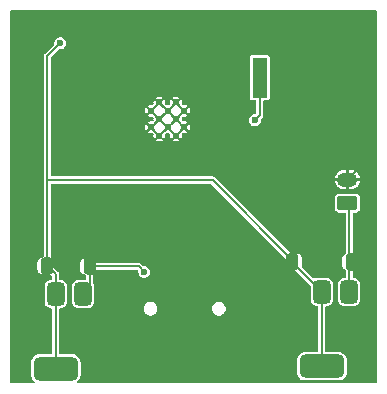
<source format=gbr>
%TF.GenerationSoftware,KiCad,Pcbnew,8.0.8-8.0.8-0~ubuntu24.04.1*%
%TF.CreationDate,2025-07-30T22:16:22-04:00*%
%TF.ProjectId,electronics,656c6563-7472-46f6-9e69-63732e6b6963,rev?*%
%TF.SameCoordinates,Original*%
%TF.FileFunction,Copper,L2,Bot*%
%TF.FilePolarity,Positive*%
%FSLAX46Y46*%
G04 Gerber Fmt 4.6, Leading zero omitted, Abs format (unit mm)*
G04 Created by KiCad (PCBNEW 8.0.8-8.0.8-0~ubuntu24.04.1) date 2025-07-30 22:16:22*
%MOMM*%
%LPD*%
G01*
G04 APERTURE LIST*
G04 Aperture macros list*
%AMRoundRect*
0 Rectangle with rounded corners*
0 $1 Rounding radius*
0 $2 $3 $4 $5 $6 $7 $8 $9 X,Y pos of 4 corners*
0 Add a 4 corners polygon primitive as box body*
4,1,4,$2,$3,$4,$5,$6,$7,$8,$9,$2,$3,0*
0 Add four circle primitives for the rounded corners*
1,1,$1+$1,$2,$3*
1,1,$1+$1,$4,$5*
1,1,$1+$1,$6,$7*
1,1,$1+$1,$8,$9*
0 Add four rect primitives between the rounded corners*
20,1,$1+$1,$2,$3,$4,$5,0*
20,1,$1+$1,$4,$5,$6,$7,0*
20,1,$1+$1,$6,$7,$8,$9,0*
20,1,$1+$1,$8,$9,$2,$3,0*%
G04 Aperture macros list end*
%TA.AperFunction,SMDPad,CuDef*%
%ADD10RoundRect,0.250000X0.250000X0.475000X-0.250000X0.475000X-0.250000X-0.475000X0.250000X-0.475000X0*%
%TD*%
%TA.AperFunction,SMDPad,CuDef*%
%ADD11RoundRect,0.250000X-0.250000X-0.475000X0.250000X-0.475000X0.250000X0.475000X-0.250000X0.475000X0*%
%TD*%
%TA.AperFunction,HeatsinkPad*%
%ADD12C,0.600000*%
%TD*%
%TA.AperFunction,SMDPad,CuDef*%
%ADD13RoundRect,0.375000X-0.375000X0.625000X-0.375000X-0.625000X0.375000X-0.625000X0.375000X0.625000X0*%
%TD*%
%TA.AperFunction,SMDPad,CuDef*%
%ADD14RoundRect,0.500000X-1.400000X0.500000X-1.400000X-0.500000X1.400000X-0.500000X1.400000X0.500000X0*%
%TD*%
%TA.AperFunction,ComponentPad*%
%ADD15RoundRect,0.250000X0.625000X-0.350000X0.625000X0.350000X-0.625000X0.350000X-0.625000X-0.350000X0*%
%TD*%
%TA.AperFunction,ComponentPad*%
%ADD16O,1.750000X1.200000*%
%TD*%
%TA.AperFunction,SMDPad,CuDef*%
%ADD17R,1.300000X3.400000*%
%TD*%
%TA.AperFunction,ViaPad*%
%ADD18C,0.600000*%
%TD*%
%TA.AperFunction,Conductor*%
%ADD19C,0.200000*%
%TD*%
G04 APERTURE END LIST*
D10*
%TO.P,C7,1*%
%TO.N,+3V3*%
X131320000Y-99460000D03*
%TO.P,C7,2*%
%TO.N,GND*%
X129420000Y-99460000D03*
%TD*%
%TO.P,C6,1*%
%TO.N,Net-(U5-VI)*%
X134910000Y-99520000D03*
%TO.P,C6,2*%
%TO.N,GND*%
X133010000Y-99520000D03*
%TD*%
D11*
%TO.P,C2,1*%
%TO.N,+3V3*%
X152050000Y-99100000D03*
%TO.P,C2,2*%
%TO.N,GND*%
X153950000Y-99100000D03*
%TD*%
D10*
%TO.P,C1,1*%
%TO.N,Net-(BT1-+)*%
X157095000Y-99110000D03*
%TO.P,C1,2*%
%TO.N,GND*%
X155195000Y-99110000D03*
%TD*%
D12*
%TO.P,U1,41,GND*%
%TO.N,GND*%
X140120000Y-86330000D03*
X140120000Y-87730000D03*
X140820000Y-85630000D03*
X140820000Y-87030000D03*
X140820000Y-88430000D03*
X141520000Y-86330000D03*
X141520000Y-87730000D03*
X142220000Y-85630000D03*
X142220000Y-87030000D03*
X142220000Y-88430000D03*
X142920000Y-86330000D03*
X142920000Y-87730000D03*
%TD*%
D13*
%TO.P,U3,1,GND*%
%TO.N,GND*%
X152280000Y-101670000D03*
%TO.P,U3,2,VO*%
%TO.N,+3V3*%
X154580000Y-101670000D03*
D14*
X154580000Y-107970000D03*
D13*
%TO.P,U3,3,VI*%
%TO.N,Net-(BT1-+)*%
X156880000Y-101670000D03*
%TD*%
D15*
%TO.P,BT1,1,+*%
%TO.N,Net-(BT1-+)*%
X156750000Y-94160000D03*
D16*
%TO.P,BT1,2,-*%
%TO.N,GND*%
X156750000Y-92160000D03*
%TD*%
D17*
%TO.P,BZ1,1,+*%
%TO.N,/BZR*%
X149310000Y-83530000D03*
%TO.P,BZ1,2,-*%
%TO.N,GND*%
X158010000Y-83530000D03*
%TD*%
D13*
%TO.P,U5,1,GND*%
%TO.N,GND*%
X129750000Y-101860000D03*
%TO.P,U5,2,VO*%
%TO.N,+3V3*%
X132050000Y-101860000D03*
D14*
X132050000Y-108160000D03*
D13*
%TO.P,U5,3,VI*%
%TO.N,Net-(U5-VI)*%
X134350000Y-101860000D03*
%TD*%
D18*
%TO.N,GND*%
X129740000Y-87910000D03*
X130380000Y-83970000D03*
%TO.N,/BZR*%
X148910000Y-87130000D03*
%TO.N,+3V3*%
X132431063Y-80605069D03*
%TO.N,Net-(U5-VI)*%
X139550000Y-99990000D03*
%TD*%
D19*
%TO.N,Net-(U5-VI)*%
X134910000Y-99520000D02*
X134910000Y-101300000D01*
X134910000Y-101300000D02*
X134350000Y-101860000D01*
%TO.N,+3V3*%
X131320000Y-99460000D02*
X131320000Y-92200000D01*
%TO.N,Net-(BT1-+)*%
X156920000Y-94330000D02*
X156920000Y-101630000D01*
X156920000Y-101630000D02*
X156880000Y-101670000D01*
X156750000Y-94160000D02*
X156920000Y-94330000D01*
%TO.N,GND*%
X129740000Y-87710000D02*
X129600000Y-87570000D01*
X158010000Y-83530000D02*
X158010000Y-90900000D01*
X129600000Y-87570000D02*
X129600000Y-84750000D01*
X129110000Y-88540000D02*
X129110000Y-98975000D01*
X129740000Y-87910000D02*
X129740000Y-87710000D01*
X158010000Y-90900000D02*
X156750000Y-92160000D01*
X129110000Y-98975000D02*
X129595000Y-99460000D01*
X129600000Y-84750000D02*
X130380000Y-83970000D01*
X129740000Y-87910000D02*
X129110000Y-88540000D01*
%TO.N,/BZR*%
X148910000Y-87130000D02*
X149310000Y-86730000D01*
X149310000Y-86730000D02*
X149310000Y-83530000D01*
%TO.N,+3V3*%
X132050000Y-101860000D02*
X132050000Y-100190000D01*
X154580000Y-101670000D02*
X152225000Y-99315000D01*
X132050000Y-108160000D02*
X132050000Y-101860000D01*
X132050000Y-100190000D02*
X131320000Y-99460000D01*
X152225000Y-99315000D02*
X152225000Y-99100000D01*
X152225000Y-99100000D02*
X145325000Y-92200000D01*
X145325000Y-92200000D02*
X131320000Y-92200000D01*
X154580000Y-107970000D02*
X154580000Y-101670000D01*
X131320000Y-81740000D02*
X132450000Y-80610000D01*
X131320000Y-92200000D02*
X131320000Y-81740000D01*
%TO.N,Net-(U5-VI)*%
X139080000Y-99520000D02*
X134910000Y-99520000D01*
X139550000Y-99990000D02*
X139080000Y-99520000D01*
%TD*%
%TA.AperFunction,Conductor*%
%TO.N,GND*%
G36*
X159168691Y-77838907D02*
G01*
X159204655Y-77888407D01*
X159209500Y-77919000D01*
X159209500Y-109320500D01*
X159190593Y-109378691D01*
X159141093Y-109414655D01*
X159110500Y-109419500D01*
X133902811Y-109419500D01*
X133844620Y-109400593D01*
X133808656Y-109351093D01*
X133808656Y-109289907D01*
X133844620Y-109240407D01*
X133851595Y-109235778D01*
X133854440Y-109234057D01*
X133885185Y-109215472D01*
X134005472Y-109095185D01*
X134093478Y-108949606D01*
X134144086Y-108787196D01*
X134150500Y-108716616D01*
X134150500Y-107603384D01*
X134144086Y-107532804D01*
X134093478Y-107370394D01*
X134005472Y-107224815D01*
X133885185Y-107104528D01*
X133847777Y-107081914D01*
X133739607Y-107016522D01*
X133739605Y-107016521D01*
X133577194Y-106965913D01*
X133506620Y-106959500D01*
X133506616Y-106959500D01*
X132449500Y-106959500D01*
X132391309Y-106940593D01*
X132355345Y-106891093D01*
X132350500Y-106860500D01*
X132350500Y-103159500D01*
X132369407Y-103101309D01*
X132418907Y-103065345D01*
X132449500Y-103060500D01*
X132462719Y-103060500D01*
X132462720Y-103060500D01*
X132575236Y-103045687D01*
X132715233Y-102987698D01*
X132835451Y-102895451D01*
X132927698Y-102775233D01*
X132985687Y-102635236D01*
X133000500Y-102522720D01*
X133000500Y-101197280D01*
X133000500Y-101197279D01*
X133399500Y-101197279D01*
X133399500Y-102522720D01*
X133414213Y-102634481D01*
X133414313Y-102635236D01*
X133472302Y-102775233D01*
X133564549Y-102895451D01*
X133684767Y-102987698D01*
X133824764Y-103045687D01*
X133937280Y-103060500D01*
X133937281Y-103060500D01*
X134762719Y-103060500D01*
X134762720Y-103060500D01*
X134875236Y-103045687D01*
X134939099Y-103019234D01*
X139504500Y-103019234D01*
X139504500Y-103170766D01*
X139539086Y-103299847D01*
X139543720Y-103317139D01*
X139619481Y-103448360D01*
X139619483Y-103448362D01*
X139619485Y-103448365D01*
X139726635Y-103555515D01*
X139726637Y-103555516D01*
X139726639Y-103555518D01*
X139857861Y-103631279D01*
X139857859Y-103631279D01*
X139857863Y-103631280D01*
X139857865Y-103631281D01*
X140004234Y-103670500D01*
X140004236Y-103670500D01*
X140155764Y-103670500D01*
X140155766Y-103670500D01*
X140302135Y-103631281D01*
X140302137Y-103631279D01*
X140302139Y-103631279D01*
X140433360Y-103555518D01*
X140433360Y-103555517D01*
X140433365Y-103555515D01*
X140540515Y-103448365D01*
X140616281Y-103317135D01*
X140655500Y-103170766D01*
X140655500Y-103019234D01*
X145284500Y-103019234D01*
X145284500Y-103170766D01*
X145319086Y-103299847D01*
X145323720Y-103317139D01*
X145399481Y-103448360D01*
X145399483Y-103448362D01*
X145399485Y-103448365D01*
X145506635Y-103555515D01*
X145506637Y-103555516D01*
X145506639Y-103555518D01*
X145637861Y-103631279D01*
X145637859Y-103631279D01*
X145637863Y-103631280D01*
X145637865Y-103631281D01*
X145784234Y-103670500D01*
X145784236Y-103670500D01*
X145935764Y-103670500D01*
X145935766Y-103670500D01*
X146082135Y-103631281D01*
X146082137Y-103631279D01*
X146082139Y-103631279D01*
X146213360Y-103555518D01*
X146213360Y-103555517D01*
X146213365Y-103555515D01*
X146320515Y-103448365D01*
X146396281Y-103317135D01*
X146435500Y-103170766D01*
X146435500Y-103019234D01*
X146396281Y-102872865D01*
X146396279Y-102872862D01*
X146396279Y-102872860D01*
X146320518Y-102741639D01*
X146320516Y-102741637D01*
X146320515Y-102741635D01*
X146213365Y-102634485D01*
X146213362Y-102634483D01*
X146213360Y-102634481D01*
X146082138Y-102558720D01*
X146082140Y-102558720D01*
X146025347Y-102543503D01*
X145935766Y-102519500D01*
X145784234Y-102519500D01*
X145694652Y-102543503D01*
X145637860Y-102558720D01*
X145506639Y-102634481D01*
X145399481Y-102741639D01*
X145323720Y-102872860D01*
X145317668Y-102895448D01*
X145284500Y-103019234D01*
X140655500Y-103019234D01*
X140616281Y-102872865D01*
X140616279Y-102872862D01*
X140616279Y-102872860D01*
X140540518Y-102741639D01*
X140540516Y-102741637D01*
X140540515Y-102741635D01*
X140433365Y-102634485D01*
X140433362Y-102634483D01*
X140433360Y-102634481D01*
X140302138Y-102558720D01*
X140302140Y-102558720D01*
X140245347Y-102543503D01*
X140155766Y-102519500D01*
X140004234Y-102519500D01*
X139914652Y-102543503D01*
X139857860Y-102558720D01*
X139726639Y-102634481D01*
X139619481Y-102741639D01*
X139543720Y-102872860D01*
X139537668Y-102895448D01*
X139504500Y-103019234D01*
X134939099Y-103019234D01*
X135015233Y-102987698D01*
X135135451Y-102895451D01*
X135227698Y-102775233D01*
X135285687Y-102635236D01*
X135300500Y-102522720D01*
X135300500Y-101197280D01*
X135285687Y-101084764D01*
X135227698Y-100944767D01*
X135224456Y-100939152D01*
X135226947Y-100937713D01*
X135210533Y-100891298D01*
X135210500Y-100888748D01*
X135210500Y-100162255D01*
X135229407Y-100104064D01*
X135239490Y-100092257D01*
X135308528Y-100023220D01*
X135369719Y-99903126D01*
X135369719Y-99903119D01*
X135372126Y-99895718D01*
X135373567Y-99896186D01*
X135397351Y-99849501D01*
X135451866Y-99821720D01*
X135467359Y-99820500D01*
X138914521Y-99820500D01*
X138972712Y-99839407D01*
X138984525Y-99849496D01*
X139019453Y-99884424D01*
X139047230Y-99938941D01*
X139047441Y-99968514D01*
X139044354Y-99989997D01*
X139044353Y-99990002D01*
X139064834Y-100132456D01*
X139124622Y-100263371D01*
X139124623Y-100263373D01*
X139204433Y-100355479D01*
X139218873Y-100372144D01*
X139339942Y-100449950D01*
X139339947Y-100449953D01*
X139406519Y-100469500D01*
X139478035Y-100490499D01*
X139478036Y-100490499D01*
X139478039Y-100490500D01*
X139478041Y-100490500D01*
X139621959Y-100490500D01*
X139621961Y-100490500D01*
X139760053Y-100449953D01*
X139881128Y-100372143D01*
X139975377Y-100263373D01*
X140035165Y-100132457D01*
X140055647Y-99990000D01*
X140051796Y-99963217D01*
X140035165Y-99847543D01*
X140022815Y-99820500D01*
X139975377Y-99716627D01*
X139881128Y-99607857D01*
X139881127Y-99607856D01*
X139881126Y-99607855D01*
X139760057Y-99530049D01*
X139760054Y-99530047D01*
X139760053Y-99530047D01*
X139760050Y-99530046D01*
X139621964Y-99489500D01*
X139621961Y-99489500D01*
X139515479Y-99489500D01*
X139457288Y-99470593D01*
X139445476Y-99460504D01*
X139264511Y-99279540D01*
X139257404Y-99275437D01*
X139257403Y-99275436D01*
X139195987Y-99239978D01*
X139119564Y-99219500D01*
X139119562Y-99219500D01*
X135467359Y-99219500D01*
X135409168Y-99200593D01*
X135373204Y-99151093D01*
X135369995Y-99137724D01*
X135369719Y-99136878D01*
X135369719Y-99136874D01*
X135308528Y-99016780D01*
X135213220Y-98921472D01*
X135213217Y-98921470D01*
X135093132Y-98860283D01*
X135093127Y-98860281D01*
X135093126Y-98860281D01*
X135059913Y-98855020D01*
X134993490Y-98844500D01*
X134993488Y-98844500D01*
X134476512Y-98844500D01*
X134476510Y-98844500D01*
X134376874Y-98860281D01*
X134376867Y-98860283D01*
X134256782Y-98921470D01*
X134161470Y-99016782D01*
X134100283Y-99136867D01*
X134100281Y-99136874D01*
X134084500Y-99236510D01*
X134084500Y-99803489D01*
X134086292Y-99814802D01*
X134093410Y-99859747D01*
X134100281Y-99903125D01*
X134100283Y-99903132D01*
X134161470Y-100023217D01*
X134161472Y-100023220D01*
X134256780Y-100118528D01*
X134256782Y-100118529D01*
X134376867Y-100179716D01*
X134376869Y-100179716D01*
X134376874Y-100179719D01*
X134452541Y-100191703D01*
X134476510Y-100195500D01*
X134476512Y-100195500D01*
X134510500Y-100195500D01*
X134568691Y-100214407D01*
X134604655Y-100263907D01*
X134609500Y-100294500D01*
X134609500Y-100560500D01*
X134590593Y-100618691D01*
X134541093Y-100654655D01*
X134510500Y-100659500D01*
X133937279Y-100659500D01*
X133824767Y-100674312D01*
X133824761Y-100674314D01*
X133684768Y-100732301D01*
X133564551Y-100824547D01*
X133564547Y-100824551D01*
X133472301Y-100944768D01*
X133414314Y-101084761D01*
X133414312Y-101084767D01*
X133399500Y-101197279D01*
X133000500Y-101197279D01*
X132985687Y-101084764D01*
X132927698Y-100944767D01*
X132835451Y-100824549D01*
X132715233Y-100732302D01*
X132575236Y-100674313D01*
X132575234Y-100674312D01*
X132575232Y-100674312D01*
X132462720Y-100659500D01*
X132449500Y-100659500D01*
X132391309Y-100640593D01*
X132355345Y-100591093D01*
X132350500Y-100560500D01*
X132350500Y-100150437D01*
X132350499Y-100150435D01*
X132349934Y-100148328D01*
X132330021Y-100074011D01*
X132290460Y-100005489D01*
X132274968Y-99989997D01*
X132234511Y-99949539D01*
X132234511Y-99949540D01*
X131824496Y-99539525D01*
X131796719Y-99485008D01*
X131795500Y-99469521D01*
X131795500Y-99176510D01*
X131791474Y-99151093D01*
X131779719Y-99076874D01*
X131779716Y-99076869D01*
X131779716Y-99076867D01*
X131718529Y-98956782D01*
X131718528Y-98956780D01*
X131718526Y-98956778D01*
X131649496Y-98887747D01*
X131621719Y-98833230D01*
X131620500Y-98817744D01*
X131620500Y-92599500D01*
X131639407Y-92541309D01*
X131688907Y-92505345D01*
X131719500Y-92500500D01*
X145159521Y-92500500D01*
X145217712Y-92519407D01*
X145229525Y-92529496D01*
X151545504Y-98845475D01*
X151573281Y-98899992D01*
X151574500Y-98915479D01*
X151574500Y-99383489D01*
X151590281Y-99483125D01*
X151590283Y-99483132D01*
X151651470Y-99603217D01*
X151651472Y-99603220D01*
X151746780Y-99698528D01*
X151746782Y-99698529D01*
X151866867Y-99759716D01*
X151866869Y-99759716D01*
X151866874Y-99759719D01*
X151942541Y-99771703D01*
X151966510Y-99775500D01*
X151966512Y-99775500D01*
X152219521Y-99775500D01*
X152277712Y-99794407D01*
X152289525Y-99804496D01*
X153600504Y-101115475D01*
X153628281Y-101169992D01*
X153629500Y-101185479D01*
X153629500Y-102332720D01*
X153644313Y-102445236D01*
X153702302Y-102585233D01*
X153794549Y-102705451D01*
X153914767Y-102797698D01*
X154054764Y-102855687D01*
X154167280Y-102870500D01*
X154180500Y-102870500D01*
X154238691Y-102889407D01*
X154274655Y-102938907D01*
X154279500Y-102969500D01*
X154279500Y-106670500D01*
X154260593Y-106728691D01*
X154211093Y-106764655D01*
X154180500Y-106769500D01*
X153123379Y-106769500D01*
X153052805Y-106775913D01*
X152890394Y-106826521D01*
X152890392Y-106826522D01*
X152744816Y-106914527D01*
X152624527Y-107034816D01*
X152536522Y-107180392D01*
X152536521Y-107180394D01*
X152485913Y-107342805D01*
X152479500Y-107413379D01*
X152479500Y-108526620D01*
X152485913Y-108597194D01*
X152536521Y-108759605D01*
X152536522Y-108759607D01*
X152601914Y-108867777D01*
X152624528Y-108905185D01*
X152744815Y-109025472D01*
X152852986Y-109090864D01*
X152860130Y-109095183D01*
X152890394Y-109113478D01*
X153052804Y-109164086D01*
X153123384Y-109170500D01*
X153123389Y-109170500D01*
X156036611Y-109170500D01*
X156036616Y-109170500D01*
X156107196Y-109164086D01*
X156269606Y-109113478D01*
X156415185Y-109025472D01*
X156535472Y-108905185D01*
X156623478Y-108759606D01*
X156674086Y-108597196D01*
X156680500Y-108526616D01*
X156680500Y-107413384D01*
X156674086Y-107342804D01*
X156623478Y-107180394D01*
X156535472Y-107034815D01*
X156415185Y-106914528D01*
X156376419Y-106891093D01*
X156269607Y-106826522D01*
X156269605Y-106826521D01*
X156107194Y-106775913D01*
X156036620Y-106769500D01*
X156036616Y-106769500D01*
X154979500Y-106769500D01*
X154921309Y-106750593D01*
X154885345Y-106701093D01*
X154880500Y-106670500D01*
X154880500Y-102969500D01*
X154899407Y-102911309D01*
X154948907Y-102875345D01*
X154979500Y-102870500D01*
X154992719Y-102870500D01*
X154992720Y-102870500D01*
X155105236Y-102855687D01*
X155245233Y-102797698D01*
X155365451Y-102705451D01*
X155457698Y-102585233D01*
X155515687Y-102445236D01*
X155530500Y-102332720D01*
X155530500Y-101007280D01*
X155515687Y-100894764D01*
X155457698Y-100754767D01*
X155365451Y-100634549D01*
X155245233Y-100542302D01*
X155105236Y-100484313D01*
X155105234Y-100484312D01*
X155105232Y-100484312D01*
X154992720Y-100469500D01*
X154167280Y-100469500D01*
X154167279Y-100469500D01*
X154054767Y-100484312D01*
X154054764Y-100484312D01*
X154054764Y-100484313D01*
X153949370Y-100527969D01*
X153888373Y-100532770D01*
X153841480Y-100506509D01*
X152889696Y-99554725D01*
X152861919Y-99500208D01*
X152861919Y-99469233D01*
X152875500Y-99383489D01*
X152875500Y-98816510D01*
X152863966Y-98743691D01*
X152859719Y-98716874D01*
X152859716Y-98716869D01*
X152859716Y-98716867D01*
X152798529Y-98596782D01*
X152798528Y-98596780D01*
X152703220Y-98501472D01*
X152703217Y-98501470D01*
X152583132Y-98440283D01*
X152583127Y-98440281D01*
X152583126Y-98440281D01*
X152549913Y-98435020D01*
X152483490Y-98424500D01*
X152483488Y-98424500D01*
X152015479Y-98424500D01*
X151957288Y-98405593D01*
X151945475Y-98395504D01*
X151910222Y-98360251D01*
X147305696Y-93755725D01*
X155674500Y-93755725D01*
X155674500Y-94564274D01*
X155677353Y-94594694D01*
X155677355Y-94594703D01*
X155722207Y-94722883D01*
X155802845Y-94832144D01*
X155802847Y-94832146D01*
X155802850Y-94832150D01*
X155802853Y-94832152D01*
X155802855Y-94832154D01*
X155912116Y-94912792D01*
X155912117Y-94912792D01*
X155912118Y-94912793D01*
X156040301Y-94957646D01*
X156070725Y-94960499D01*
X156070727Y-94960500D01*
X156070734Y-94960500D01*
X156520500Y-94960500D01*
X156578691Y-94979407D01*
X156614655Y-95028907D01*
X156619500Y-95059500D01*
X156619500Y-98360251D01*
X156600593Y-98418442D01*
X156565446Y-98448460D01*
X156441781Y-98511471D01*
X156346470Y-98606782D01*
X156285283Y-98726867D01*
X156285281Y-98726874D01*
X156269500Y-98826510D01*
X156269500Y-99393489D01*
X156285281Y-99493125D01*
X156285283Y-99493132D01*
X156343738Y-99607855D01*
X156346472Y-99613220D01*
X156441780Y-99708528D01*
X156561874Y-99769719D01*
X156561878Y-99769719D01*
X156565445Y-99771537D01*
X156608709Y-99814802D01*
X156619500Y-99859747D01*
X156619500Y-100370500D01*
X156600593Y-100428691D01*
X156551093Y-100464655D01*
X156520500Y-100469500D01*
X156467279Y-100469500D01*
X156354767Y-100484312D01*
X156354761Y-100484314D01*
X156214768Y-100542301D01*
X156094551Y-100634547D01*
X156094547Y-100634551D01*
X156002301Y-100754768D01*
X155944314Y-100894761D01*
X155944312Y-100894767D01*
X155929500Y-101007279D01*
X155929500Y-101007280D01*
X155929500Y-102332720D01*
X155944313Y-102445236D01*
X156002302Y-102585233D01*
X156094549Y-102705451D01*
X156214767Y-102797698D01*
X156354764Y-102855687D01*
X156467280Y-102870500D01*
X156467281Y-102870500D01*
X157292719Y-102870500D01*
X157292720Y-102870500D01*
X157405236Y-102855687D01*
X157545233Y-102797698D01*
X157665451Y-102705451D01*
X157757698Y-102585233D01*
X157815687Y-102445236D01*
X157830500Y-102332720D01*
X157830500Y-101007280D01*
X157815687Y-100894764D01*
X157757698Y-100754767D01*
X157665451Y-100634549D01*
X157545233Y-100542302D01*
X157405236Y-100484313D01*
X157405235Y-100484312D01*
X157405233Y-100484312D01*
X157306577Y-100471324D01*
X157251353Y-100444983D01*
X157222158Y-100391212D01*
X157220500Y-100373171D01*
X157220500Y-99859747D01*
X157239407Y-99801556D01*
X157274555Y-99771537D01*
X157278121Y-99769719D01*
X157278126Y-99769719D01*
X157398220Y-99708528D01*
X157493528Y-99613220D01*
X157554719Y-99493126D01*
X157570500Y-99393488D01*
X157570500Y-98826512D01*
X157554719Y-98726874D01*
X157554716Y-98726869D01*
X157554716Y-98726867D01*
X157493529Y-98606782D01*
X157493528Y-98606780D01*
X157398220Y-98511472D01*
X157378590Y-98501470D01*
X157274554Y-98448460D01*
X157231290Y-98405195D01*
X157220500Y-98360251D01*
X157220500Y-95059500D01*
X157239407Y-95001309D01*
X157288907Y-94965345D01*
X157319500Y-94960500D01*
X157429273Y-94960500D01*
X157429273Y-94960499D01*
X157459699Y-94957646D01*
X157587882Y-94912793D01*
X157697150Y-94832150D01*
X157777793Y-94722882D01*
X157822646Y-94594699D01*
X157825499Y-94564273D01*
X157825500Y-94564273D01*
X157825500Y-93755727D01*
X157825499Y-93755725D01*
X157822646Y-93725305D01*
X157822646Y-93725301D01*
X157777793Y-93597118D01*
X157697150Y-93487850D01*
X157697146Y-93487847D01*
X157697144Y-93487845D01*
X157587883Y-93407207D01*
X157459703Y-93362355D01*
X157459694Y-93362353D01*
X157429274Y-93359500D01*
X157429266Y-93359500D01*
X156070734Y-93359500D01*
X156070725Y-93359500D01*
X156040305Y-93362353D01*
X156040296Y-93362355D01*
X155912116Y-93407207D01*
X155802855Y-93487845D01*
X155802845Y-93487855D01*
X155722207Y-93597116D01*
X155677355Y-93725296D01*
X155677353Y-93725305D01*
X155674500Y-93755725D01*
X147305696Y-93755725D01*
X145609971Y-92060000D01*
X155679217Y-92060000D01*
X156388566Y-92060000D01*
X156375000Y-92110630D01*
X156375000Y-92209370D01*
X156388566Y-92260000D01*
X155679218Y-92260000D01*
X155705742Y-92393349D01*
X155766048Y-92538940D01*
X155766052Y-92538949D01*
X155853599Y-92669969D01*
X155853602Y-92669973D01*
X155965026Y-92781397D01*
X155965030Y-92781400D01*
X156096050Y-92868947D01*
X156096059Y-92868951D01*
X156241650Y-92929257D01*
X156396204Y-92959999D01*
X156396208Y-92960000D01*
X156649999Y-92960000D01*
X156650000Y-92959999D01*
X156650000Y-92521433D01*
X156700630Y-92535000D01*
X156799370Y-92535000D01*
X156850000Y-92521433D01*
X156850000Y-92959999D01*
X156850001Y-92960000D01*
X157103792Y-92960000D01*
X157103795Y-92959999D01*
X157258349Y-92929257D01*
X157403940Y-92868951D01*
X157403949Y-92868947D01*
X157534969Y-92781400D01*
X157534973Y-92781397D01*
X157646397Y-92669973D01*
X157646400Y-92669969D01*
X157733947Y-92538949D01*
X157733951Y-92538940D01*
X157794257Y-92393349D01*
X157820782Y-92260000D01*
X157111434Y-92260000D01*
X157125000Y-92209370D01*
X157125000Y-92110630D01*
X157111434Y-92060000D01*
X157820782Y-92060000D01*
X157794257Y-91926650D01*
X157733951Y-91781059D01*
X157733947Y-91781050D01*
X157646400Y-91650030D01*
X157646397Y-91650026D01*
X157534973Y-91538602D01*
X157534969Y-91538599D01*
X157403949Y-91451052D01*
X157403940Y-91451048D01*
X157258349Y-91390742D01*
X157103795Y-91360000D01*
X156850001Y-91360000D01*
X156850000Y-91360001D01*
X156850000Y-91798566D01*
X156799370Y-91785000D01*
X156700630Y-91785000D01*
X156650000Y-91798566D01*
X156650000Y-91360001D01*
X156649999Y-91360000D01*
X156396204Y-91360000D01*
X156241650Y-91390742D01*
X156096059Y-91451048D01*
X156096050Y-91451052D01*
X155965030Y-91538599D01*
X155965026Y-91538602D01*
X155853602Y-91650026D01*
X155853599Y-91650030D01*
X155766052Y-91781050D01*
X155766048Y-91781059D01*
X155705742Y-91926650D01*
X155679217Y-92060000D01*
X145609971Y-92060000D01*
X145509511Y-91959540D01*
X145509508Y-91959538D01*
X145440992Y-91919980D01*
X145440988Y-91919978D01*
X145364564Y-91899500D01*
X145364562Y-91899500D01*
X131719500Y-91899500D01*
X131661309Y-91880593D01*
X131625345Y-91831093D01*
X131620500Y-91800500D01*
X131620500Y-88847149D01*
X140544269Y-88847149D01*
X140610155Y-88889492D01*
X140748109Y-88929999D01*
X140748112Y-88930000D01*
X140891888Y-88930000D01*
X140891890Y-88929999D01*
X141029844Y-88889492D01*
X141029846Y-88889491D01*
X141095728Y-88847149D01*
X141095729Y-88847149D01*
X141944269Y-88847149D01*
X142010155Y-88889492D01*
X142148109Y-88929999D01*
X142148112Y-88930000D01*
X142291888Y-88930000D01*
X142291890Y-88929999D01*
X142429844Y-88889492D01*
X142429846Y-88889491D01*
X142495728Y-88847149D01*
X142495729Y-88847149D01*
X142220000Y-88571421D01*
X141944269Y-88847149D01*
X141095729Y-88847149D01*
X140820000Y-88571421D01*
X140544269Y-88847149D01*
X131620500Y-88847149D01*
X131620500Y-88147149D01*
X139844269Y-88147149D01*
X139910155Y-88189492D01*
X140048109Y-88229999D01*
X140048112Y-88230000D01*
X140191888Y-88230000D01*
X140191892Y-88229999D01*
X140202491Y-88226887D01*
X140263651Y-88228633D01*
X140312105Y-88265994D01*
X140329345Y-88324701D01*
X140328377Y-88335964D01*
X140314858Y-88429995D01*
X140314858Y-88430002D01*
X140335319Y-88572314D01*
X140395048Y-88703100D01*
X140399889Y-88708687D01*
X140678577Y-88429999D01*
X140658687Y-88410109D01*
X140720000Y-88410109D01*
X140720000Y-88449891D01*
X140735224Y-88486645D01*
X140763355Y-88514776D01*
X140800109Y-88530000D01*
X140839891Y-88530000D01*
X140876645Y-88514776D01*
X140904776Y-88486645D01*
X140920000Y-88449891D01*
X140920000Y-88429999D01*
X140961421Y-88429999D01*
X141240109Y-88708687D01*
X141244950Y-88703102D01*
X141244951Y-88703100D01*
X141304680Y-88572314D01*
X141325142Y-88430002D01*
X141325142Y-88429997D01*
X141311622Y-88335965D01*
X141322055Y-88275676D01*
X141365933Y-88233034D01*
X141426495Y-88224326D01*
X141437506Y-88226886D01*
X141448109Y-88229999D01*
X141448112Y-88230000D01*
X141591888Y-88230000D01*
X141591892Y-88229999D01*
X141602491Y-88226887D01*
X141663651Y-88228633D01*
X141712105Y-88265994D01*
X141729345Y-88324701D01*
X141728377Y-88335964D01*
X141714858Y-88429995D01*
X141714858Y-88430002D01*
X141735319Y-88572314D01*
X141795048Y-88703100D01*
X141799889Y-88708687D01*
X142078577Y-88429999D01*
X142058687Y-88410109D01*
X142120000Y-88410109D01*
X142120000Y-88449891D01*
X142135224Y-88486645D01*
X142163355Y-88514776D01*
X142200109Y-88530000D01*
X142239891Y-88530000D01*
X142276645Y-88514776D01*
X142304776Y-88486645D01*
X142320000Y-88449891D01*
X142320000Y-88429999D01*
X142361421Y-88429999D01*
X142640109Y-88708687D01*
X142644950Y-88703102D01*
X142644951Y-88703100D01*
X142704680Y-88572314D01*
X142725142Y-88430002D01*
X142725142Y-88429997D01*
X142711622Y-88335965D01*
X142722055Y-88275676D01*
X142765933Y-88233034D01*
X142826495Y-88224326D01*
X142837506Y-88226886D01*
X142848109Y-88229999D01*
X142848112Y-88230000D01*
X142991888Y-88230000D01*
X142991890Y-88229999D01*
X143129844Y-88189492D01*
X143129846Y-88189491D01*
X143195728Y-88147149D01*
X143195729Y-88147149D01*
X142920000Y-87871421D01*
X142670580Y-88120840D01*
X142670577Y-88120841D01*
X142562911Y-88228509D01*
X142361421Y-88429999D01*
X142320000Y-88429999D01*
X142320000Y-88410109D01*
X142304776Y-88373355D01*
X142276645Y-88345224D01*
X142239891Y-88330000D01*
X142200109Y-88330000D01*
X142163355Y-88345224D01*
X142135224Y-88373355D01*
X142120000Y-88410109D01*
X142058687Y-88410109D01*
X141877089Y-88228510D01*
X141877089Y-88228511D01*
X141829220Y-88180642D01*
X141829217Y-88180637D01*
X141520000Y-87871421D01*
X141270580Y-88120840D01*
X141270577Y-88120841D01*
X141162911Y-88228509D01*
X140961421Y-88429999D01*
X140920000Y-88429999D01*
X140920000Y-88410109D01*
X140904776Y-88373355D01*
X140876645Y-88345224D01*
X140839891Y-88330000D01*
X140800109Y-88330000D01*
X140763355Y-88345224D01*
X140735224Y-88373355D01*
X140720000Y-88410109D01*
X140658687Y-88410109D01*
X140477089Y-88228510D01*
X140477089Y-88228511D01*
X140429220Y-88180642D01*
X140429217Y-88180637D01*
X140120000Y-87871421D01*
X139844269Y-88147149D01*
X131620500Y-88147149D01*
X131620500Y-87729997D01*
X139614858Y-87729997D01*
X139614858Y-87730002D01*
X139635319Y-87872314D01*
X139695048Y-88003100D01*
X139699889Y-88008687D01*
X139978578Y-87729999D01*
X139958688Y-87710109D01*
X140020000Y-87710109D01*
X140020000Y-87749891D01*
X140035224Y-87786645D01*
X140063355Y-87814776D01*
X140100109Y-87830000D01*
X140139891Y-87830000D01*
X140176645Y-87814776D01*
X140204776Y-87786645D01*
X140220000Y-87749891D01*
X140220000Y-87729999D01*
X140261421Y-87729999D01*
X140261421Y-87730000D01*
X140462910Y-87931490D01*
X140570578Y-88039157D01*
X140819999Y-88288577D01*
X141069418Y-88039159D01*
X141069419Y-88039159D01*
X141177089Y-87931490D01*
X141378578Y-87730000D01*
X141378578Y-87729999D01*
X141358688Y-87710109D01*
X141420000Y-87710109D01*
X141420000Y-87749891D01*
X141435224Y-87786645D01*
X141463355Y-87814776D01*
X141500109Y-87830000D01*
X141539891Y-87830000D01*
X141576645Y-87814776D01*
X141604776Y-87786645D01*
X141620000Y-87749891D01*
X141620000Y-87729999D01*
X141661421Y-87729999D01*
X141661421Y-87730000D01*
X141862910Y-87931490D01*
X141970578Y-88039157D01*
X142219999Y-88288577D01*
X142469418Y-88039159D01*
X142469419Y-88039159D01*
X142577089Y-87931490D01*
X142778578Y-87730000D01*
X142778578Y-87729999D01*
X142758688Y-87710109D01*
X142820000Y-87710109D01*
X142820000Y-87749891D01*
X142835224Y-87786645D01*
X142863355Y-87814776D01*
X142900109Y-87830000D01*
X142939891Y-87830000D01*
X142976645Y-87814776D01*
X143004776Y-87786645D01*
X143020000Y-87749891D01*
X143020000Y-87729999D01*
X143061421Y-87729999D01*
X143340109Y-88008687D01*
X143344950Y-88003102D01*
X143344951Y-88003100D01*
X143404680Y-87872314D01*
X143425142Y-87730002D01*
X143425142Y-87729997D01*
X143404680Y-87587685D01*
X143344951Y-87456899D01*
X143340109Y-87451311D01*
X143061421Y-87729999D01*
X143020000Y-87729999D01*
X143020000Y-87710109D01*
X143004776Y-87673355D01*
X142976645Y-87645224D01*
X142939891Y-87630000D01*
X142900109Y-87630000D01*
X142863355Y-87645224D01*
X142835224Y-87673355D01*
X142820000Y-87710109D01*
X142758688Y-87710109D01*
X142577089Y-87528510D01*
X142577089Y-87528511D01*
X142529220Y-87480642D01*
X142529217Y-87480637D01*
X142220000Y-87171421D01*
X141970580Y-87420840D01*
X141970577Y-87420841D01*
X141862911Y-87528509D01*
X141661421Y-87729999D01*
X141620000Y-87729999D01*
X141620000Y-87710109D01*
X141604776Y-87673355D01*
X141576645Y-87645224D01*
X141539891Y-87630000D01*
X141500109Y-87630000D01*
X141463355Y-87645224D01*
X141435224Y-87673355D01*
X141420000Y-87710109D01*
X141358688Y-87710109D01*
X141177089Y-87528510D01*
X141177089Y-87528511D01*
X141129220Y-87480642D01*
X141129217Y-87480637D01*
X140820000Y-87171421D01*
X140570580Y-87420840D01*
X140570577Y-87420841D01*
X140462911Y-87528509D01*
X140261421Y-87729999D01*
X140220000Y-87729999D01*
X140220000Y-87710109D01*
X140204776Y-87673355D01*
X140176645Y-87645224D01*
X140139891Y-87630000D01*
X140100109Y-87630000D01*
X140063355Y-87645224D01*
X140035224Y-87673355D01*
X140020000Y-87710109D01*
X139958688Y-87710109D01*
X139699889Y-87451311D01*
X139695048Y-87456899D01*
X139695046Y-87456902D01*
X139635319Y-87587685D01*
X139614858Y-87729997D01*
X131620500Y-87729997D01*
X131620500Y-86747149D01*
X139844269Y-86747149D01*
X139910155Y-86789492D01*
X140048109Y-86829999D01*
X140048112Y-86830000D01*
X140191888Y-86830000D01*
X140191892Y-86829999D01*
X140202491Y-86826887D01*
X140263651Y-86828633D01*
X140312105Y-86865994D01*
X140329345Y-86924701D01*
X140328377Y-86935964D01*
X140314858Y-87029995D01*
X140314858Y-87030003D01*
X140328377Y-87124034D01*
X140317944Y-87184324D01*
X140274065Y-87226966D01*
X140213503Y-87235673D01*
X140202496Y-87233114D01*
X140191891Y-87230000D01*
X140048109Y-87230000D01*
X139910156Y-87270507D01*
X139910151Y-87270509D01*
X139844269Y-87312848D01*
X140119999Y-87588577D01*
X140369418Y-87339159D01*
X140369419Y-87339159D01*
X140477089Y-87231490D01*
X140678578Y-87030000D01*
X140678578Y-87029999D01*
X140658688Y-87010109D01*
X140720000Y-87010109D01*
X140720000Y-87049891D01*
X140735224Y-87086645D01*
X140763355Y-87114776D01*
X140800109Y-87130000D01*
X140839891Y-87130000D01*
X140876645Y-87114776D01*
X140904776Y-87086645D01*
X140920000Y-87049891D01*
X140920000Y-87029999D01*
X140961421Y-87029999D01*
X140961421Y-87030000D01*
X141162910Y-87231490D01*
X141270578Y-87339157D01*
X141519999Y-87588577D01*
X141769418Y-87339159D01*
X141769419Y-87339159D01*
X141877089Y-87231490D01*
X142078578Y-87030000D01*
X142078578Y-87029999D01*
X142058688Y-87010109D01*
X142120000Y-87010109D01*
X142120000Y-87049891D01*
X142135224Y-87086645D01*
X142163355Y-87114776D01*
X142200109Y-87130000D01*
X142239891Y-87130000D01*
X142276645Y-87114776D01*
X142304776Y-87086645D01*
X142320000Y-87049891D01*
X142320000Y-87029999D01*
X142361421Y-87029999D01*
X142361421Y-87030000D01*
X142562910Y-87231490D01*
X142670578Y-87339157D01*
X142919999Y-87588577D01*
X143195728Y-87312848D01*
X143129844Y-87270507D01*
X142991890Y-87230000D01*
X142848112Y-87230000D01*
X142848104Y-87230001D01*
X142837501Y-87233114D01*
X142776341Y-87231364D01*
X142727890Y-87193999D01*
X142710654Y-87135292D01*
X142711109Y-87129997D01*
X148404353Y-87129997D01*
X148404353Y-87130002D01*
X148424834Y-87272456D01*
X148443281Y-87312848D01*
X148484623Y-87403373D01*
X148578872Y-87512143D01*
X148578873Y-87512144D01*
X148696418Y-87587685D01*
X148699947Y-87589953D01*
X148806403Y-87621211D01*
X148838035Y-87630499D01*
X148838036Y-87630499D01*
X148838039Y-87630500D01*
X148838041Y-87630500D01*
X148981959Y-87630500D01*
X148981961Y-87630500D01*
X149120053Y-87589953D01*
X149241128Y-87512143D01*
X149335377Y-87403373D01*
X149395165Y-87272457D01*
X149401992Y-87224971D01*
X149415647Y-87130002D01*
X149415647Y-87130000D01*
X149412558Y-87108518D01*
X149422990Y-87048228D01*
X149440547Y-87024423D01*
X149477427Y-86987543D01*
X149550460Y-86914511D01*
X149583879Y-86856627D01*
X149590021Y-86845989D01*
X149610500Y-86769562D01*
X149610500Y-85529500D01*
X149629407Y-85471309D01*
X149678907Y-85435345D01*
X149709500Y-85430500D01*
X149979747Y-85430500D01*
X149979748Y-85430500D01*
X150038231Y-85418867D01*
X150104552Y-85374552D01*
X150148867Y-85308231D01*
X150160500Y-85249748D01*
X150160500Y-81810252D01*
X150148867Y-81751769D01*
X150104552Y-81685448D01*
X150104548Y-81685445D01*
X150038233Y-81641134D01*
X150038231Y-81641133D01*
X150038228Y-81641132D01*
X150038227Y-81641132D01*
X149979758Y-81629501D01*
X149979748Y-81629500D01*
X148640252Y-81629500D01*
X148640251Y-81629500D01*
X148640241Y-81629501D01*
X148581772Y-81641132D01*
X148581766Y-81641134D01*
X148515451Y-81685445D01*
X148515445Y-81685451D01*
X148471134Y-81751766D01*
X148471132Y-81751772D01*
X148459501Y-81810241D01*
X148459500Y-81810253D01*
X148459500Y-85249746D01*
X148459501Y-85249758D01*
X148471132Y-85308227D01*
X148471134Y-85308233D01*
X148503652Y-85356899D01*
X148515448Y-85374552D01*
X148581769Y-85418867D01*
X148626231Y-85427711D01*
X148640241Y-85430498D01*
X148640246Y-85430498D01*
X148640252Y-85430500D01*
X148910500Y-85430500D01*
X148968691Y-85449407D01*
X149004655Y-85498907D01*
X149009500Y-85529500D01*
X149009500Y-86530500D01*
X148990593Y-86588691D01*
X148941093Y-86624655D01*
X148910500Y-86629500D01*
X148838035Y-86629500D01*
X148699949Y-86670046D01*
X148699942Y-86670049D01*
X148578873Y-86747855D01*
X148484622Y-86856628D01*
X148424834Y-86987543D01*
X148404353Y-87129997D01*
X142711109Y-87129997D01*
X142711622Y-87124033D01*
X142725142Y-87030001D01*
X142725142Y-87029997D01*
X142711622Y-86935965D01*
X142722055Y-86875676D01*
X142765933Y-86833034D01*
X142826495Y-86824326D01*
X142837506Y-86826886D01*
X142848109Y-86829999D01*
X142848112Y-86830000D01*
X142991888Y-86830000D01*
X142991890Y-86829999D01*
X143129844Y-86789492D01*
X143129846Y-86789491D01*
X143195728Y-86747149D01*
X143195729Y-86747149D01*
X142920000Y-86471421D01*
X142670580Y-86720840D01*
X142670577Y-86720841D01*
X142562911Y-86828509D01*
X142361421Y-87029999D01*
X142320000Y-87029999D01*
X142320000Y-87010109D01*
X142304776Y-86973355D01*
X142276645Y-86945224D01*
X142239891Y-86930000D01*
X142200109Y-86930000D01*
X142163355Y-86945224D01*
X142135224Y-86973355D01*
X142120000Y-87010109D01*
X142058688Y-87010109D01*
X141877089Y-86828510D01*
X141877089Y-86828511D01*
X141829220Y-86780642D01*
X141829217Y-86780637D01*
X141520000Y-86471421D01*
X141270580Y-86720840D01*
X141270577Y-86720841D01*
X141162911Y-86828509D01*
X140961421Y-87029999D01*
X140920000Y-87029999D01*
X140920000Y-87010109D01*
X140904776Y-86973355D01*
X140876645Y-86945224D01*
X140839891Y-86930000D01*
X140800109Y-86930000D01*
X140763355Y-86945224D01*
X140735224Y-86973355D01*
X140720000Y-87010109D01*
X140658688Y-87010109D01*
X140477089Y-86828510D01*
X140477089Y-86828511D01*
X140429220Y-86780642D01*
X140429217Y-86780637D01*
X140120000Y-86471421D01*
X139844269Y-86747149D01*
X131620500Y-86747149D01*
X131620500Y-86329997D01*
X139614858Y-86329997D01*
X139614858Y-86330002D01*
X139635319Y-86472314D01*
X139695048Y-86603100D01*
X139699889Y-86608687D01*
X139978578Y-86329999D01*
X139958688Y-86310109D01*
X140020000Y-86310109D01*
X140020000Y-86349891D01*
X140035224Y-86386645D01*
X140063355Y-86414776D01*
X140100109Y-86430000D01*
X140139891Y-86430000D01*
X140176645Y-86414776D01*
X140204776Y-86386645D01*
X140220000Y-86349891D01*
X140220000Y-86329999D01*
X140261421Y-86329999D01*
X140261421Y-86330000D01*
X140462910Y-86531490D01*
X140570578Y-86639157D01*
X140819999Y-86888577D01*
X141069418Y-86639159D01*
X141069419Y-86639159D01*
X141177089Y-86531490D01*
X141378578Y-86330000D01*
X141378578Y-86329999D01*
X141358688Y-86310109D01*
X141420000Y-86310109D01*
X141420000Y-86349891D01*
X141435224Y-86386645D01*
X141463355Y-86414776D01*
X141500109Y-86430000D01*
X141539891Y-86430000D01*
X141576645Y-86414776D01*
X141604776Y-86386645D01*
X141620000Y-86349891D01*
X141620000Y-86329999D01*
X141661421Y-86329999D01*
X141661421Y-86330000D01*
X141862910Y-86531490D01*
X141970578Y-86639157D01*
X142219999Y-86888577D01*
X142469418Y-86639159D01*
X142469419Y-86639159D01*
X142577089Y-86531490D01*
X142778578Y-86330000D01*
X142778578Y-86329999D01*
X142758688Y-86310109D01*
X142820000Y-86310109D01*
X142820000Y-86349891D01*
X142835224Y-86386645D01*
X142863355Y-86414776D01*
X142900109Y-86430000D01*
X142939891Y-86430000D01*
X142976645Y-86414776D01*
X143004776Y-86386645D01*
X143020000Y-86349891D01*
X143020000Y-86329999D01*
X143061421Y-86329999D01*
X143340109Y-86608687D01*
X143344950Y-86603102D01*
X143344951Y-86603100D01*
X143404680Y-86472314D01*
X143425142Y-86330002D01*
X143425142Y-86329997D01*
X143404680Y-86187685D01*
X143344951Y-86056899D01*
X143340109Y-86051311D01*
X143061421Y-86329999D01*
X143020000Y-86329999D01*
X143020000Y-86310109D01*
X143004776Y-86273355D01*
X142976645Y-86245224D01*
X142939891Y-86230000D01*
X142900109Y-86230000D01*
X142863355Y-86245224D01*
X142835224Y-86273355D01*
X142820000Y-86310109D01*
X142758688Y-86310109D01*
X142577089Y-86128510D01*
X142577089Y-86128511D01*
X142529220Y-86080642D01*
X142529217Y-86080637D01*
X142220000Y-85771421D01*
X141970580Y-86020840D01*
X141970577Y-86020841D01*
X141862911Y-86128509D01*
X141661421Y-86329999D01*
X141620000Y-86329999D01*
X141620000Y-86310109D01*
X141604776Y-86273355D01*
X141576645Y-86245224D01*
X141539891Y-86230000D01*
X141500109Y-86230000D01*
X141463355Y-86245224D01*
X141435224Y-86273355D01*
X141420000Y-86310109D01*
X141358688Y-86310109D01*
X141177089Y-86128510D01*
X141177089Y-86128511D01*
X141129220Y-86080642D01*
X141129217Y-86080637D01*
X140820000Y-85771421D01*
X140570580Y-86020840D01*
X140570577Y-86020841D01*
X140462911Y-86128509D01*
X140261421Y-86329999D01*
X140220000Y-86329999D01*
X140220000Y-86310109D01*
X140204776Y-86273355D01*
X140176645Y-86245224D01*
X140139891Y-86230000D01*
X140100109Y-86230000D01*
X140063355Y-86245224D01*
X140035224Y-86273355D01*
X140020000Y-86310109D01*
X139958688Y-86310109D01*
X139699889Y-86051311D01*
X139695048Y-86056899D01*
X139695046Y-86056902D01*
X139635319Y-86187685D01*
X139614858Y-86329997D01*
X131620500Y-86329997D01*
X131620500Y-85912848D01*
X139844269Y-85912848D01*
X140119999Y-86188577D01*
X140369418Y-85939159D01*
X140369419Y-85939159D01*
X140477089Y-85831490D01*
X140678578Y-85630000D01*
X140678578Y-85629999D01*
X140658688Y-85610109D01*
X140720000Y-85610109D01*
X140720000Y-85649891D01*
X140735224Y-85686645D01*
X140763355Y-85714776D01*
X140800109Y-85730000D01*
X140839891Y-85730000D01*
X140876645Y-85714776D01*
X140904776Y-85686645D01*
X140920000Y-85649891D01*
X140920000Y-85629999D01*
X140961421Y-85629999D01*
X140961421Y-85630000D01*
X141162910Y-85831490D01*
X141270578Y-85939157D01*
X141519999Y-86188577D01*
X141769418Y-85939159D01*
X141769419Y-85939159D01*
X141877089Y-85831490D01*
X142078578Y-85630000D01*
X142078578Y-85629999D01*
X142058688Y-85610109D01*
X142120000Y-85610109D01*
X142120000Y-85649891D01*
X142135224Y-85686645D01*
X142163355Y-85714776D01*
X142200109Y-85730000D01*
X142239891Y-85730000D01*
X142276645Y-85714776D01*
X142304776Y-85686645D01*
X142320000Y-85649891D01*
X142320000Y-85629999D01*
X142361421Y-85629999D01*
X142361421Y-85630000D01*
X142562910Y-85831490D01*
X142670578Y-85939157D01*
X142919999Y-86188577D01*
X143195728Y-85912848D01*
X143129844Y-85870507D01*
X142991890Y-85830000D01*
X142848112Y-85830000D01*
X142848104Y-85830001D01*
X142837501Y-85833114D01*
X142776341Y-85831364D01*
X142727890Y-85793999D01*
X142710654Y-85735292D01*
X142711622Y-85724033D01*
X142725142Y-85630001D01*
X142725142Y-85629997D01*
X142704680Y-85487685D01*
X142644951Y-85356899D01*
X142640109Y-85351311D01*
X142361421Y-85629999D01*
X142320000Y-85629999D01*
X142320000Y-85610109D01*
X142304776Y-85573355D01*
X142276645Y-85545224D01*
X142239891Y-85530000D01*
X142200109Y-85530000D01*
X142163355Y-85545224D01*
X142135224Y-85573355D01*
X142120000Y-85610109D01*
X142058688Y-85610109D01*
X141799889Y-85351311D01*
X141795048Y-85356899D01*
X141795046Y-85356902D01*
X141735319Y-85487685D01*
X141714858Y-85629997D01*
X141714858Y-85630003D01*
X141728377Y-85724034D01*
X141717944Y-85784324D01*
X141674065Y-85826966D01*
X141613503Y-85835673D01*
X141602496Y-85833114D01*
X141591891Y-85830000D01*
X141448112Y-85830000D01*
X141448104Y-85830001D01*
X141437501Y-85833114D01*
X141376341Y-85831364D01*
X141327890Y-85793999D01*
X141310654Y-85735292D01*
X141311622Y-85724033D01*
X141325142Y-85630001D01*
X141325142Y-85629997D01*
X141304680Y-85487685D01*
X141244951Y-85356899D01*
X141240109Y-85351311D01*
X140961421Y-85629999D01*
X140920000Y-85629999D01*
X140920000Y-85610109D01*
X140904776Y-85573355D01*
X140876645Y-85545224D01*
X140839891Y-85530000D01*
X140800109Y-85530000D01*
X140763355Y-85545224D01*
X140735224Y-85573355D01*
X140720000Y-85610109D01*
X140658688Y-85610109D01*
X140399889Y-85351311D01*
X140395048Y-85356899D01*
X140395046Y-85356902D01*
X140335319Y-85487685D01*
X140314858Y-85629997D01*
X140314858Y-85630003D01*
X140328377Y-85724034D01*
X140317944Y-85784324D01*
X140274065Y-85826966D01*
X140213503Y-85835673D01*
X140202496Y-85833114D01*
X140191891Y-85830000D01*
X140048109Y-85830000D01*
X139910156Y-85870507D01*
X139910151Y-85870509D01*
X139844269Y-85912848D01*
X131620500Y-85912848D01*
X131620500Y-85212848D01*
X140544269Y-85212848D01*
X140819999Y-85488577D01*
X141095728Y-85212848D01*
X141944269Y-85212848D01*
X142219999Y-85488577D01*
X142495728Y-85212848D01*
X142429844Y-85170507D01*
X142291890Y-85130000D01*
X142148109Y-85130000D01*
X142010156Y-85170507D01*
X142010151Y-85170509D01*
X141944269Y-85212848D01*
X141095728Y-85212848D01*
X141029844Y-85170507D01*
X140891890Y-85130000D01*
X140748109Y-85130000D01*
X140610156Y-85170507D01*
X140610151Y-85170509D01*
X140544269Y-85212848D01*
X131620500Y-85212848D01*
X131620500Y-81905479D01*
X131639407Y-81847288D01*
X131649496Y-81835475D01*
X132350406Y-81134565D01*
X132404923Y-81106788D01*
X132420410Y-81105569D01*
X132503022Y-81105569D01*
X132503024Y-81105569D01*
X132641116Y-81065022D01*
X132762191Y-80987212D01*
X132856440Y-80878442D01*
X132916228Y-80747526D01*
X132936710Y-80605069D01*
X132916228Y-80462612D01*
X132856440Y-80331696D01*
X132762191Y-80222926D01*
X132762190Y-80222925D01*
X132762189Y-80222924D01*
X132641120Y-80145118D01*
X132641117Y-80145116D01*
X132641116Y-80145116D01*
X132641113Y-80145115D01*
X132503027Y-80104569D01*
X132503024Y-80104569D01*
X132359102Y-80104569D01*
X132359098Y-80104569D01*
X132221012Y-80145115D01*
X132221005Y-80145118D01*
X132099936Y-80222924D01*
X132005685Y-80331697D01*
X131945897Y-80462612D01*
X131925416Y-80605066D01*
X131925416Y-80605072D01*
X131931504Y-80647419D01*
X131921070Y-80707708D01*
X131903516Y-80731510D01*
X131135489Y-81499539D01*
X131079539Y-81555489D01*
X131039980Y-81624007D01*
X131039978Y-81624011D01*
X131019500Y-81700435D01*
X131019500Y-98685500D01*
X131000593Y-98743691D01*
X130951093Y-98779655D01*
X130920500Y-98784500D01*
X130886510Y-98784500D01*
X130786874Y-98800281D01*
X130786867Y-98800283D01*
X130666782Y-98861470D01*
X130571470Y-98956782D01*
X130510283Y-99076867D01*
X130510281Y-99076874D01*
X130494500Y-99176510D01*
X130494500Y-99743489D01*
X130498942Y-99771537D01*
X130506697Y-99820500D01*
X130510281Y-99843125D01*
X130510283Y-99843132D01*
X130571470Y-99963217D01*
X130571472Y-99963220D01*
X130666780Y-100058528D01*
X130666782Y-100058529D01*
X130786867Y-100119716D01*
X130786869Y-100119716D01*
X130786874Y-100119719D01*
X130862541Y-100131703D01*
X130886510Y-100135500D01*
X130886512Y-100135500D01*
X131403490Y-100135500D01*
X131422707Y-100132456D01*
X131497868Y-100120551D01*
X131558297Y-100130122D01*
X131583357Y-100148328D01*
X131720504Y-100285475D01*
X131748281Y-100339992D01*
X131749500Y-100355479D01*
X131749500Y-100560500D01*
X131730593Y-100618691D01*
X131681093Y-100654655D01*
X131650500Y-100659500D01*
X131637279Y-100659500D01*
X131524767Y-100674312D01*
X131524761Y-100674314D01*
X131384768Y-100732301D01*
X131264551Y-100824547D01*
X131264547Y-100824551D01*
X131172301Y-100944768D01*
X131114314Y-101084761D01*
X131114312Y-101084767D01*
X131099500Y-101197279D01*
X131099500Y-102522720D01*
X131114213Y-102634481D01*
X131114313Y-102635236D01*
X131172302Y-102775233D01*
X131264549Y-102895451D01*
X131384767Y-102987698D01*
X131524764Y-103045687D01*
X131637280Y-103060500D01*
X131650500Y-103060500D01*
X131708691Y-103079407D01*
X131744655Y-103128907D01*
X131749500Y-103159500D01*
X131749500Y-106860500D01*
X131730593Y-106918691D01*
X131681093Y-106954655D01*
X131650500Y-106959500D01*
X130593379Y-106959500D01*
X130522805Y-106965913D01*
X130360394Y-107016521D01*
X130360392Y-107016522D01*
X130214816Y-107104527D01*
X130094527Y-107224816D01*
X130006522Y-107370392D01*
X130006521Y-107370394D01*
X129955913Y-107532805D01*
X129949500Y-107603379D01*
X129949500Y-108716620D01*
X129955913Y-108787194D01*
X130006521Y-108949605D01*
X130006522Y-108949607D01*
X130052385Y-109025472D01*
X130094528Y-109095185D01*
X130214815Y-109215472D01*
X130214817Y-109215473D01*
X130214818Y-109215474D01*
X130248405Y-109235778D01*
X130288422Y-109282062D01*
X130293592Y-109343029D01*
X130261938Y-109395390D01*
X130205553Y-109419146D01*
X130197189Y-109419500D01*
X128309500Y-109419500D01*
X128251309Y-109400593D01*
X128215345Y-109351093D01*
X128210500Y-109320500D01*
X128210500Y-77919000D01*
X128229407Y-77860809D01*
X128278907Y-77824845D01*
X128309500Y-77820000D01*
X159110500Y-77820000D01*
X159168691Y-77838907D01*
G37*
%TD.AperFunction*%
%TD*%
M02*

</source>
